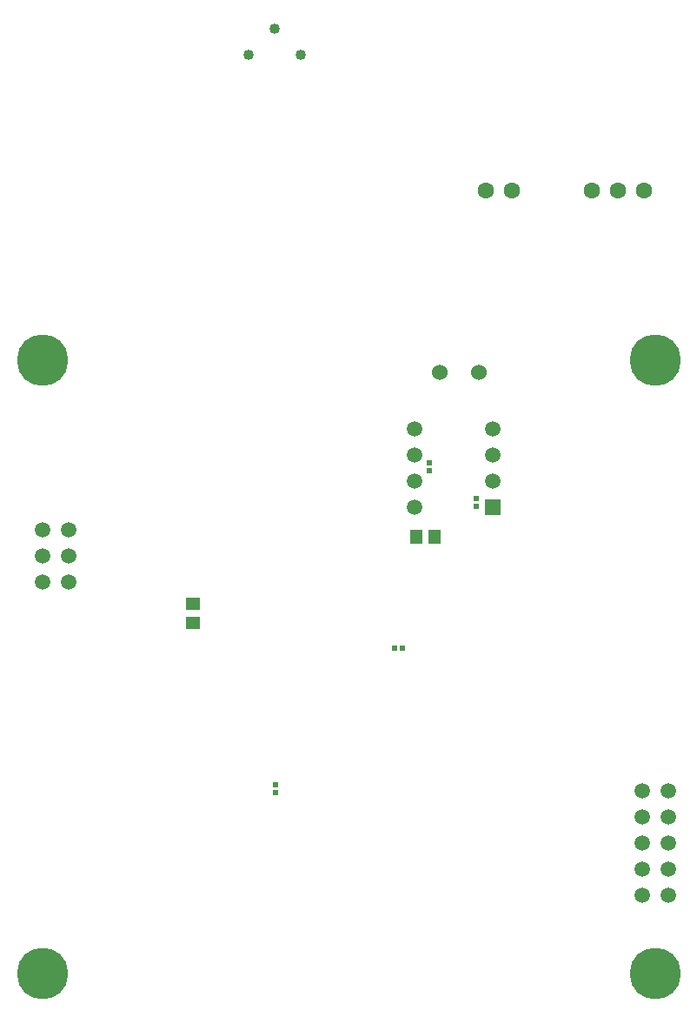
<source format=gbr>
G04 Layer_Color=255*
%FSLAX26Y26*%
%MOIN*%
%TF.FileFunction,Pads,Bot*%
%TF.Part,Single*%
G01*
G75*
%TA.AperFunction,SMDPad,CuDef*%
%ADD14R,0.020472X0.020472*%
%ADD15R,0.020472X0.020472*%
%ADD22R,0.057087X0.045276*%
%TA.AperFunction,ComponentPad*%
%ADD30C,0.059055*%
%ADD31C,0.062992*%
%TA.AperFunction,ViaPad*%
%ADD32C,0.196850*%
%TA.AperFunction,ComponentPad*%
%ADD33C,0.060000*%
%ADD34R,0.059055X0.059055*%
%ADD35C,0.040000*%
%TA.AperFunction,SMDPad,CuDef*%
%ADD48R,0.045276X0.057087*%
D14*
X1350276Y1248457D02*
D03*
X1381772D02*
D03*
D15*
X1484024Y1927709D02*
D03*
Y1959205D02*
D03*
X894181Y725874D02*
D03*
Y694378D02*
D03*
X1663024Y1822205D02*
D03*
Y1790709D02*
D03*
D22*
X578024Y1416890D02*
D03*
Y1346024D02*
D03*
D30*
X100000Y1500000D02*
D03*
Y1600000D02*
D03*
Y1700000D02*
D03*
X0Y1500000D02*
D03*
Y1600000D02*
D03*
Y1700000D02*
D03*
X2300000Y700000D02*
D03*
Y600000D02*
D03*
Y500000D02*
D03*
Y400000D02*
D03*
Y300000D02*
D03*
X2400000Y700000D02*
D03*
Y600000D02*
D03*
Y500000D02*
D03*
Y400000D02*
D03*
Y300000D02*
D03*
X1429024Y2089457D02*
D03*
Y1989457D02*
D03*
Y1889457D02*
D03*
Y1789457D02*
D03*
X1729024Y2089457D02*
D03*
Y1989457D02*
D03*
Y1889457D02*
D03*
D31*
X2106299Y3000000D02*
D03*
X2206299D02*
D03*
X2306299D02*
D03*
X1800000D02*
D03*
X1700000D02*
D03*
D32*
X0Y0D02*
D03*
X2350000D02*
D03*
X0Y2350000D02*
D03*
X2350000D02*
D03*
D33*
X1673228Y2303150D02*
D03*
X1523622D02*
D03*
D34*
X1729024Y1789457D02*
D03*
D35*
X790000Y3520000D02*
D03*
X990000D02*
D03*
X890000Y3620000D02*
D03*
D48*
X1504457Y1674457D02*
D03*
X1433591D02*
D03*
%TF.MD5,feff9395382440bc27b38afec541adc2*%
M02*

</source>
